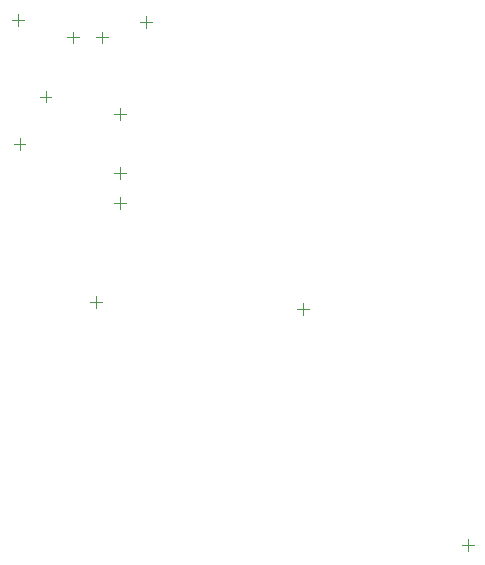
<source format=gbr>
G04*
G04 #@! TF.GenerationSoftware,Altium Limited,Altium Designer,24.6.1 (21)*
G04*
G04 Layer_Color=0*
%FSLAX25Y25*%
%MOIN*%
G70*
G04*
G04 #@! TF.SameCoordinates,FB6864B3-348A-4B3C-8FDE-2C751703143F*
G04*
G04*
G04 #@! TF.FilePolarity,Positive*
G04*
G01*
G75*
%ADD13C,0.00394*%
%ADD66C,0.00197*%
D13*
X26377Y161417D02*
Y165354D01*
X24408Y163386D02*
X28345D01*
X41339Y94899D02*
X45276D01*
X43307Y92930D02*
Y96867D01*
X110236Y92520D02*
X114173D01*
X112205Y90551D02*
Y94488D01*
X59941Y186319D02*
Y190256D01*
X57973Y188287D02*
X61910D01*
X49213Y157480D02*
X53150D01*
X51181Y155512D02*
Y159449D01*
X43307Y183071D02*
X47244D01*
X45276Y181102D02*
Y185039D01*
X33465Y183071D02*
X37402D01*
X35433Y181102D02*
Y185039D01*
X49213Y137795D02*
X53150D01*
X51181Y135827D02*
Y139764D01*
X15748Y147638D02*
X19685D01*
X17717Y145669D02*
Y149606D01*
X15254Y188976D02*
X19191D01*
X17222Y187008D02*
Y190945D01*
X49213Y127953D02*
X53150D01*
X51181Y125984D02*
Y129921D01*
D66*
X165197Y13780D02*
X169134D01*
X167165Y11811D02*
Y15748D01*
M02*

</source>
